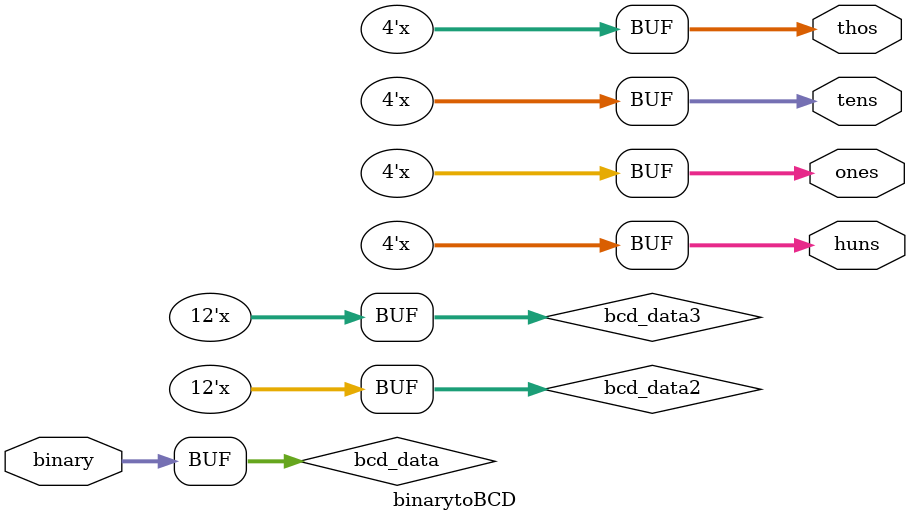
<source format=v>
`timescale 1ns / 1ps


module binarytoBCD(
    input [11:0] binary,
    output reg [3:0] thos,
    output reg [3:0] huns,
    output reg [3:0] tens,
    output reg [3:0] ones
    );
    
    reg [11:0] bcd_data = 0, bcd_data2, bcd_data3;
    always @(binary) //1250
    begin
    bcd_data <= binary; //1250
    thos <= bcd_data/1000; // 1250/1000 = 1 "1"
    bcd_data2 <= bcd_data%1000; //1250/1000 = 250
    huns <= bcd_data2/100; //250/100 =  2 "2"
    bcd_data3 <= bcd_data2%100; // 250/100, remainder here is 50
    tens <= bcd_data3/10; //50 / 10 = 5 "5"
    ones <= bcd_data3%10; // 50 / 10 =  remainder is 0
    end
    
endmodule

</source>
